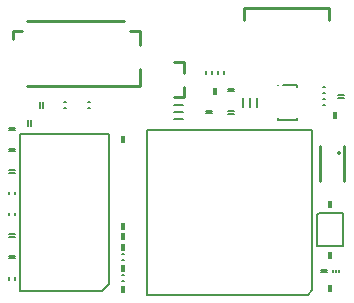
<source format=gto>
G04*
G04 #@! TF.GenerationSoftware,Altium Limited,Altium Designer,20.0.1 (14)*
G04*
G04 Layer_Color=65535*
%FSLAX25Y25*%
%MOIN*%
G70*
G01*
G75*
%ADD10C,0.01000*%
%ADD11C,0.00500*%
D10*
X105949Y68712D02*
G03*
X105949Y68712I-316J0D01*
G01*
X73942Y112960D02*
Y116897D01*
X102288D01*
Y112960D02*
Y116897D01*
X99396Y59206D02*
Y71017D01*
X107270Y59206D02*
Y71017D01*
X53901Y95474D02*
Y99017D01*
X50752D02*
X53901D01*
X50752Y87206D02*
X53901D01*
Y90750D01*
X39218Y90998D02*
Y96612D01*
X1618Y90998D02*
X39218D01*
X1718Y112512D02*
X34118D01*
X-3082Y109312D02*
X18D01*
X-3082Y106512D02*
Y109312D01*
X36018D02*
X39218D01*
Y104612D02*
Y109312D01*
D11*
X98933Y48712D02*
X107033D01*
X98233Y48012D02*
X98933Y48712D01*
X98233Y37512D02*
Y48012D01*
Y37512D02*
X107033D01*
Y48712D01*
X85402Y79764D02*
X91701D01*
X85402D02*
Y80158D01*
X91701Y79764D02*
Y80158D01*
X86951Y91182D02*
X91701D01*
Y90788D02*
Y91182D01*
X85351Y91173D02*
X85451D01*
X-548Y22666D02*
Y75028D01*
X28979D01*
Y25011D02*
Y75028D01*
X26634Y22666D02*
X28979Y25011D01*
X-548Y22666D02*
X26634D01*
X41656Y76430D02*
X96774D01*
X41656Y21312D02*
Y76430D01*
Y21312D02*
X95256D01*
X96774Y22830D01*
Y76430D01*
X13939Y85712D02*
X14727D01*
X13939Y83712D02*
X14727D01*
X21839D02*
X22627D01*
X21839Y85712D02*
X22627D01*
X100339Y88512D02*
X101127D01*
X100339Y90512D02*
X101127D01*
X67333Y95118D02*
Y95906D01*
X65333Y95118D02*
Y95906D01*
X63333Y95118D02*
Y95906D01*
X61333Y95118D02*
Y95906D01*
X100339Y86512D02*
X101127D01*
X100339Y84512D02*
X101127D01*
X-4285Y54977D02*
Y55765D01*
X-2285Y54977D02*
Y55765D01*
Y26477D02*
Y27264D01*
X-4285Y26477D02*
Y27264D01*
X33321Y32871D02*
X34108D01*
X33321Y34871D02*
X34108D01*
X33321Y27871D02*
X34108D01*
X33321Y25871D02*
X34108D01*
X-4285Y47877D02*
Y48665D01*
X-2285Y47877D02*
Y48665D01*
X75933Y83898D02*
Y87048D01*
X73571Y83898D02*
Y87048D01*
X78295Y83898D02*
Y87048D01*
X104633Y28818D02*
Y29605D01*
X105633Y28818D02*
Y29605D01*
X103633Y28818D02*
Y29605D01*
X50558Y82312D02*
X53708D01*
X50558Y84674D02*
X53708D01*
X50558Y79950D02*
X53708D01*
X6039Y83712D02*
Y85712D01*
X6827Y83712D02*
Y85712D01*
X105333Y87906D02*
X107333D01*
X105333Y87118D02*
X107333D01*
X68800Y81806D02*
X70800D01*
X68800Y82594D02*
X70800D01*
X68800Y89994D02*
X70800D01*
X68800Y89206D02*
X70800D01*
X104727Y80212D02*
Y82212D01*
X103939Y80212D02*
Y82212D01*
X64727Y88412D02*
Y90412D01*
X63939Y88412D02*
Y90412D01*
X61233Y81818D02*
X63233D01*
X61233Y82605D02*
X63233D01*
X99633Y28818D02*
X101633D01*
X99633Y29605D02*
X101633D01*
X103027Y22612D02*
Y24612D01*
X102239Y22612D02*
Y24612D01*
Y50512D02*
Y52512D01*
X103027Y50512D02*
Y52512D01*
X102239Y33612D02*
Y35612D01*
X103027Y33612D02*
Y35612D01*
X2827Y77712D02*
Y79712D01*
X2039Y77712D02*
Y79712D01*
X-4267Y77105D02*
X-2267D01*
X-4267Y76318D02*
X-2267D01*
X-4285Y41565D02*
X-2285D01*
X-4285Y40777D02*
X-2285D01*
X-4285Y33677D02*
X-2285D01*
X-4285Y34464D02*
X-2285D01*
X-4285Y69177D02*
X-2285D01*
X-4285Y69964D02*
X-2285D01*
X34108Y72371D02*
Y74371D01*
X33321Y72371D02*
Y74371D01*
X34108Y39871D02*
Y41871D01*
X33321Y39871D02*
Y41871D01*
X34108Y22371D02*
Y24371D01*
X33321Y22371D02*
Y24371D01*
X34108Y36371D02*
Y38371D01*
X33321Y36371D02*
Y38371D01*
Y29371D02*
Y31371D01*
X34108Y29371D02*
Y31371D01*
Y43371D02*
Y45371D01*
X33321Y43371D02*
Y45371D01*
X-4285Y62077D02*
X-2285D01*
X-4285Y62865D02*
X-2285D01*
M02*

</source>
